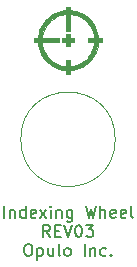
<source format=gbr>
G04 #@! TF.GenerationSoftware,KiCad,Pcbnew,(6.0.1-0)*
G04 #@! TF.CreationDate,2022-08-23T12:06:24-04:00*
G04 #@! TF.ProjectId,indexingWheel,696e6465-7869-46e6-9757-6865656c2e6b,rev?*
G04 #@! TF.SameCoordinates,Original*
G04 #@! TF.FileFunction,Legend,Top*
G04 #@! TF.FilePolarity,Positive*
%FSLAX46Y46*%
G04 Gerber Fmt 4.6, Leading zero omitted, Abs format (unit mm)*
G04 Created by KiCad (PCBNEW (6.0.1-0)) date 2022-08-23 12:06:24*
%MOMM*%
%LPD*%
G01*
G04 APERTURE LIST*
%ADD10C,0.120000*%
%ADD11C,0.150000*%
%ADD12C,0.010000*%
G04 APERTURE END LIST*
D10*
X153500000Y-93000000D02*
G75*
G03*
X153500000Y-93000000I-4000000J0D01*
G01*
D11*
X144095238Y-99642380D02*
X144095238Y-98642380D01*
X144571428Y-98975714D02*
X144571428Y-99642380D01*
X144571428Y-99070952D02*
X144619047Y-99023333D01*
X144714285Y-98975714D01*
X144857142Y-98975714D01*
X144952380Y-99023333D01*
X145000000Y-99118571D01*
X145000000Y-99642380D01*
X145904761Y-99642380D02*
X145904761Y-98642380D01*
X145904761Y-99594761D02*
X145809523Y-99642380D01*
X145619047Y-99642380D01*
X145523809Y-99594761D01*
X145476190Y-99547142D01*
X145428571Y-99451904D01*
X145428571Y-99166190D01*
X145476190Y-99070952D01*
X145523809Y-99023333D01*
X145619047Y-98975714D01*
X145809523Y-98975714D01*
X145904761Y-99023333D01*
X146761904Y-99594761D02*
X146666666Y-99642380D01*
X146476190Y-99642380D01*
X146380952Y-99594761D01*
X146333333Y-99499523D01*
X146333333Y-99118571D01*
X146380952Y-99023333D01*
X146476190Y-98975714D01*
X146666666Y-98975714D01*
X146761904Y-99023333D01*
X146809523Y-99118571D01*
X146809523Y-99213809D01*
X146333333Y-99309047D01*
X147142857Y-99642380D02*
X147666666Y-98975714D01*
X147142857Y-98975714D02*
X147666666Y-99642380D01*
X148047619Y-99642380D02*
X148047619Y-98975714D01*
X148047619Y-98642380D02*
X148000000Y-98690000D01*
X148047619Y-98737619D01*
X148095238Y-98690000D01*
X148047619Y-98642380D01*
X148047619Y-98737619D01*
X148523809Y-98975714D02*
X148523809Y-99642380D01*
X148523809Y-99070952D02*
X148571428Y-99023333D01*
X148666666Y-98975714D01*
X148809523Y-98975714D01*
X148904761Y-99023333D01*
X148952380Y-99118571D01*
X148952380Y-99642380D01*
X149857142Y-98975714D02*
X149857142Y-99785238D01*
X149809523Y-99880476D01*
X149761904Y-99928095D01*
X149666666Y-99975714D01*
X149523809Y-99975714D01*
X149428571Y-99928095D01*
X149857142Y-99594761D02*
X149761904Y-99642380D01*
X149571428Y-99642380D01*
X149476190Y-99594761D01*
X149428571Y-99547142D01*
X149380952Y-99451904D01*
X149380952Y-99166190D01*
X149428571Y-99070952D01*
X149476190Y-99023333D01*
X149571428Y-98975714D01*
X149761904Y-98975714D01*
X149857142Y-99023333D01*
X151000000Y-98642380D02*
X151238095Y-99642380D01*
X151428571Y-98928095D01*
X151619047Y-99642380D01*
X151857142Y-98642380D01*
X152238095Y-99642380D02*
X152238095Y-98642380D01*
X152666666Y-99642380D02*
X152666666Y-99118571D01*
X152619047Y-99023333D01*
X152523809Y-98975714D01*
X152380952Y-98975714D01*
X152285714Y-99023333D01*
X152238095Y-99070952D01*
X153523809Y-99594761D02*
X153428571Y-99642380D01*
X153238095Y-99642380D01*
X153142857Y-99594761D01*
X153095238Y-99499523D01*
X153095238Y-99118571D01*
X153142857Y-99023333D01*
X153238095Y-98975714D01*
X153428571Y-98975714D01*
X153523809Y-99023333D01*
X153571428Y-99118571D01*
X153571428Y-99213809D01*
X153095238Y-99309047D01*
X154380952Y-99594761D02*
X154285714Y-99642380D01*
X154095238Y-99642380D01*
X154000000Y-99594761D01*
X153952380Y-99499523D01*
X153952380Y-99118571D01*
X154000000Y-99023333D01*
X154095238Y-98975714D01*
X154285714Y-98975714D01*
X154380952Y-99023333D01*
X154428571Y-99118571D01*
X154428571Y-99213809D01*
X153952380Y-99309047D01*
X155000000Y-99642380D02*
X154904761Y-99594761D01*
X154857142Y-99499523D01*
X154857142Y-98642380D01*
X147976190Y-101252380D02*
X147642857Y-100776190D01*
X147404761Y-101252380D02*
X147404761Y-100252380D01*
X147785714Y-100252380D01*
X147880952Y-100300000D01*
X147928571Y-100347619D01*
X147976190Y-100442857D01*
X147976190Y-100585714D01*
X147928571Y-100680952D01*
X147880952Y-100728571D01*
X147785714Y-100776190D01*
X147404761Y-100776190D01*
X148404761Y-100728571D02*
X148738095Y-100728571D01*
X148880952Y-101252380D02*
X148404761Y-101252380D01*
X148404761Y-100252380D01*
X148880952Y-100252380D01*
X149166666Y-100252380D02*
X149500000Y-101252380D01*
X149833333Y-100252380D01*
X150357142Y-100252380D02*
X150452380Y-100252380D01*
X150547619Y-100300000D01*
X150595238Y-100347619D01*
X150642857Y-100442857D01*
X150690476Y-100633333D01*
X150690476Y-100871428D01*
X150642857Y-101061904D01*
X150595238Y-101157142D01*
X150547619Y-101204761D01*
X150452380Y-101252380D01*
X150357142Y-101252380D01*
X150261904Y-101204761D01*
X150214285Y-101157142D01*
X150166666Y-101061904D01*
X150119047Y-100871428D01*
X150119047Y-100633333D01*
X150166666Y-100442857D01*
X150214285Y-100347619D01*
X150261904Y-100300000D01*
X150357142Y-100252380D01*
X151023809Y-100252380D02*
X151642857Y-100252380D01*
X151309523Y-100633333D01*
X151452380Y-100633333D01*
X151547619Y-100680952D01*
X151595238Y-100728571D01*
X151642857Y-100823809D01*
X151642857Y-101061904D01*
X151595238Y-101157142D01*
X151547619Y-101204761D01*
X151452380Y-101252380D01*
X151166666Y-101252380D01*
X151071428Y-101204761D01*
X151023809Y-101157142D01*
X146047619Y-101862380D02*
X146238095Y-101862380D01*
X146333333Y-101910000D01*
X146428571Y-102005238D01*
X146476190Y-102195714D01*
X146476190Y-102529047D01*
X146428571Y-102719523D01*
X146333333Y-102814761D01*
X146238095Y-102862380D01*
X146047619Y-102862380D01*
X145952380Y-102814761D01*
X145857142Y-102719523D01*
X145809523Y-102529047D01*
X145809523Y-102195714D01*
X145857142Y-102005238D01*
X145952380Y-101910000D01*
X146047619Y-101862380D01*
X146904761Y-102195714D02*
X146904761Y-103195714D01*
X146904761Y-102243333D02*
X147000000Y-102195714D01*
X147190476Y-102195714D01*
X147285714Y-102243333D01*
X147333333Y-102290952D01*
X147380952Y-102386190D01*
X147380952Y-102671904D01*
X147333333Y-102767142D01*
X147285714Y-102814761D01*
X147190476Y-102862380D01*
X147000000Y-102862380D01*
X146904761Y-102814761D01*
X148238095Y-102195714D02*
X148238095Y-102862380D01*
X147809523Y-102195714D02*
X147809523Y-102719523D01*
X147857142Y-102814761D01*
X147952380Y-102862380D01*
X148095238Y-102862380D01*
X148190476Y-102814761D01*
X148238095Y-102767142D01*
X148857142Y-102862380D02*
X148761904Y-102814761D01*
X148714285Y-102719523D01*
X148714285Y-101862380D01*
X149380952Y-102862380D02*
X149285714Y-102814761D01*
X149238095Y-102767142D01*
X149190476Y-102671904D01*
X149190476Y-102386190D01*
X149238095Y-102290952D01*
X149285714Y-102243333D01*
X149380952Y-102195714D01*
X149523809Y-102195714D01*
X149619047Y-102243333D01*
X149666666Y-102290952D01*
X149714285Y-102386190D01*
X149714285Y-102671904D01*
X149666666Y-102767142D01*
X149619047Y-102814761D01*
X149523809Y-102862380D01*
X149380952Y-102862380D01*
X150904761Y-102862380D02*
X150904761Y-101862380D01*
X151380952Y-102195714D02*
X151380952Y-102862380D01*
X151380952Y-102290952D02*
X151428571Y-102243333D01*
X151523809Y-102195714D01*
X151666666Y-102195714D01*
X151761904Y-102243333D01*
X151809523Y-102338571D01*
X151809523Y-102862380D01*
X152714285Y-102814761D02*
X152619047Y-102862380D01*
X152428571Y-102862380D01*
X152333333Y-102814761D01*
X152285714Y-102767142D01*
X152238095Y-102671904D01*
X152238095Y-102386190D01*
X152285714Y-102290952D01*
X152333333Y-102243333D01*
X152428571Y-102195714D01*
X152619047Y-102195714D01*
X152714285Y-102243333D01*
X153142857Y-102767142D02*
X153190476Y-102814761D01*
X153142857Y-102862380D01*
X153095238Y-102814761D01*
X153142857Y-102767142D01*
X153142857Y-102862380D01*
D12*
X149669333Y-82056102D02*
X149763869Y-82065788D01*
X149763869Y-82065788D02*
X150022960Y-82106461D01*
X150022960Y-82106461D02*
X150278270Y-82175028D01*
X150278270Y-82175028D02*
X150529979Y-82271540D01*
X150529979Y-82271540D02*
X150650055Y-82328050D01*
X150650055Y-82328050D02*
X150792674Y-82403651D01*
X150792674Y-82403651D02*
X150919534Y-82481262D01*
X150919534Y-82481262D02*
X151037813Y-82566129D01*
X151037813Y-82566129D02*
X151154691Y-82663492D01*
X151154691Y-82663492D02*
X151277345Y-82778597D01*
X151277345Y-82778597D02*
X151306554Y-82807557D01*
X151306554Y-82807557D02*
X151426386Y-82932508D01*
X151426386Y-82932508D02*
X151527294Y-83050062D01*
X151527294Y-83050062D02*
X151614522Y-83167398D01*
X151614522Y-83167398D02*
X151693312Y-83291694D01*
X151693312Y-83291694D02*
X151768909Y-83430130D01*
X151768909Y-83430130D02*
X151786061Y-83464055D01*
X151786061Y-83464055D02*
X151896061Y-83714092D01*
X151896061Y-83714092D02*
X151978089Y-83967644D01*
X151978089Y-83967644D02*
X152032199Y-84224891D01*
X152032199Y-84224891D02*
X152048323Y-84350241D01*
X152048323Y-84350241D02*
X152058008Y-84444778D01*
X152058008Y-84444778D02*
X152350444Y-84444778D01*
X152350444Y-84444778D02*
X152350444Y-84769333D01*
X152350444Y-84769333D02*
X152057399Y-84769333D01*
X152057399Y-84769333D02*
X152047535Y-84864583D01*
X152047535Y-84864583D02*
X152007659Y-85121009D01*
X152007659Y-85121009D02*
X151941477Y-85371033D01*
X151941477Y-85371033D02*
X151848236Y-85617208D01*
X151848236Y-85617208D02*
X151786061Y-85750055D01*
X151786061Y-85750055D02*
X151710460Y-85892674D01*
X151710460Y-85892674D02*
X151632848Y-86019534D01*
X151632848Y-86019534D02*
X151547982Y-86137813D01*
X151547982Y-86137813D02*
X151450619Y-86254691D01*
X151450619Y-86254691D02*
X151335514Y-86377345D01*
X151335514Y-86377345D02*
X151306554Y-86406554D01*
X151306554Y-86406554D02*
X151181603Y-86526386D01*
X151181603Y-86526386D02*
X151064049Y-86627294D01*
X151064049Y-86627294D02*
X150946713Y-86714522D01*
X150946713Y-86714522D02*
X150822416Y-86793312D01*
X150822416Y-86793312D02*
X150683980Y-86868909D01*
X150683980Y-86868909D02*
X150650055Y-86886061D01*
X150650055Y-86886061D02*
X150400019Y-86996061D01*
X150400019Y-86996061D02*
X150146466Y-87078089D01*
X150146466Y-87078089D02*
X149889220Y-87132199D01*
X149889220Y-87132199D02*
X149763869Y-87148323D01*
X149763869Y-87148323D02*
X149669333Y-87158008D01*
X149669333Y-87158008D02*
X149669333Y-87450444D01*
X149669333Y-87450444D02*
X149344778Y-87450444D01*
X149344778Y-87450444D02*
X149344778Y-87158008D01*
X149344778Y-87158008D02*
X149250241Y-87148323D01*
X149250241Y-87148323D02*
X148991151Y-87107649D01*
X148991151Y-87107649D02*
X148735840Y-87039083D01*
X148735840Y-87039083D02*
X148484132Y-86942570D01*
X148484132Y-86942570D02*
X148364055Y-86886061D01*
X148364055Y-86886061D02*
X148221437Y-86810460D01*
X148221437Y-86810460D02*
X148094577Y-86732848D01*
X148094577Y-86732848D02*
X147976298Y-86647982D01*
X147976298Y-86647982D02*
X147859420Y-86550619D01*
X147859420Y-86550619D02*
X147736765Y-86435514D01*
X147736765Y-86435514D02*
X147707557Y-86406554D01*
X147707557Y-86406554D02*
X147587725Y-86281603D01*
X147587725Y-86281603D02*
X147486817Y-86164049D01*
X147486817Y-86164049D02*
X147399589Y-86046713D01*
X147399589Y-86046713D02*
X147320798Y-85922416D01*
X147320798Y-85922416D02*
X147245202Y-85783980D01*
X147245202Y-85783980D02*
X147228050Y-85750055D01*
X147228050Y-85750055D02*
X147118050Y-85500019D01*
X147118050Y-85500019D02*
X147036021Y-85246466D01*
X147036021Y-85246466D02*
X146981912Y-84989220D01*
X146981912Y-84989220D02*
X146965788Y-84863869D01*
X146965788Y-84863869D02*
X146956102Y-84769333D01*
X146956102Y-84769333D02*
X146663667Y-84769333D01*
X146663667Y-84769333D02*
X146663667Y-84444778D01*
X146663667Y-84444778D02*
X146956102Y-84444778D01*
X146956102Y-84444778D02*
X147294769Y-84444778D01*
X147294769Y-84444778D02*
X148709778Y-84444778D01*
X148709778Y-84444778D02*
X148709778Y-84769333D01*
X148709778Y-84769333D02*
X147294769Y-84769333D01*
X147294769Y-84769333D02*
X147304476Y-84864583D01*
X147304476Y-84864583D02*
X147340361Y-85084313D01*
X147340361Y-85084313D02*
X147402406Y-85304567D01*
X147402406Y-85304567D02*
X147488889Y-85521475D01*
X147488889Y-85521475D02*
X147598093Y-85731165D01*
X147598093Y-85731165D02*
X147728296Y-85929766D01*
X147728296Y-85929766D02*
X147840199Y-86070858D01*
X147840199Y-86070858D02*
X147993404Y-86228821D01*
X147993404Y-86228821D02*
X148168050Y-86373377D01*
X148168050Y-86373377D02*
X148359457Y-86501804D01*
X148359457Y-86501804D02*
X148562945Y-86611383D01*
X148562945Y-86611383D02*
X148773835Y-86699390D01*
X148773835Y-86699390D02*
X148987446Y-86763106D01*
X148987446Y-86763106D02*
X149056532Y-86778102D01*
X149056532Y-86778102D02*
X149129763Y-86792329D01*
X149129763Y-86792329D02*
X149182120Y-86801925D01*
X149182120Y-86801925D02*
X149220380Y-86807910D01*
X149220380Y-86807910D02*
X149251318Y-86811303D01*
X149251318Y-86811303D02*
X149281713Y-86813125D01*
X149281713Y-86813125D02*
X149291861Y-86813523D01*
X149291861Y-86813523D02*
X149344778Y-86815444D01*
X149344778Y-86815444D02*
X149344778Y-86321555D01*
X149344778Y-86321555D02*
X149669333Y-86321555D01*
X149669333Y-86321555D02*
X149669333Y-86819342D01*
X149669333Y-86819342D02*
X149764583Y-86809635D01*
X149764583Y-86809635D02*
X149983298Y-86773883D01*
X149983298Y-86773883D02*
X150202090Y-86712335D01*
X150202090Y-86712335D02*
X150416909Y-86627114D01*
X150416909Y-86627114D02*
X150623706Y-86520343D01*
X150623706Y-86520343D02*
X150818431Y-86394146D01*
X150818431Y-86394146D02*
X150997033Y-86250645D01*
X150997033Y-86250645D02*
X151155463Y-86091964D01*
X151155463Y-86091964D02*
X151173912Y-86070858D01*
X151173912Y-86070858D02*
X151318922Y-85883270D01*
X151318922Y-85883270D02*
X151444237Y-85681651D01*
X151444237Y-85681651D02*
X151548139Y-85469873D01*
X151548139Y-85469873D02*
X151628907Y-85251808D01*
X151628907Y-85251808D02*
X151684824Y-85031326D01*
X151684824Y-85031326D02*
X151709635Y-84864583D01*
X151709635Y-84864583D02*
X151719342Y-84769333D01*
X151719342Y-84769333D02*
X151221555Y-84769333D01*
X151221555Y-84769333D02*
X151221555Y-84444778D01*
X151221555Y-84444778D02*
X151719342Y-84444778D01*
X151719342Y-84444778D02*
X151709635Y-84349528D01*
X151709635Y-84349528D02*
X151673749Y-84129798D01*
X151673749Y-84129798D02*
X151611705Y-83909544D01*
X151611705Y-83909544D02*
X151525222Y-83692636D01*
X151525222Y-83692636D02*
X151416018Y-83482946D01*
X151416018Y-83482946D02*
X151285814Y-83284345D01*
X151285814Y-83284345D02*
X151173912Y-83143253D01*
X151173912Y-83143253D02*
X151018331Y-82982797D01*
X151018331Y-82982797D02*
X150842063Y-82837253D01*
X150842063Y-82837253D02*
X150649159Y-82708743D01*
X150649159Y-82708743D02*
X150443669Y-82599391D01*
X150443669Y-82599391D02*
X150229643Y-82511319D01*
X150229643Y-82511319D02*
X150011131Y-82446651D01*
X150011131Y-82446651D02*
X149792182Y-82407509D01*
X149792182Y-82407509D02*
X149764583Y-82404476D01*
X149764583Y-82404476D02*
X149669333Y-82394769D01*
X149669333Y-82394769D02*
X149669333Y-83809778D01*
X149669333Y-83809778D02*
X149344778Y-83809778D01*
X149344778Y-83809778D02*
X149344778Y-82394769D01*
X149344778Y-82394769D02*
X149249528Y-82404476D01*
X149249528Y-82404476D02*
X149030813Y-82440228D01*
X149030813Y-82440228D02*
X148812021Y-82501776D01*
X148812021Y-82501776D02*
X148597202Y-82586997D01*
X148597202Y-82586997D02*
X148390405Y-82693767D01*
X148390405Y-82693767D02*
X148195680Y-82819965D01*
X148195680Y-82819965D02*
X148017078Y-82963466D01*
X148017078Y-82963466D02*
X147858648Y-83122147D01*
X147858648Y-83122147D02*
X147840199Y-83143253D01*
X147840199Y-83143253D02*
X147695189Y-83330841D01*
X147695189Y-83330841D02*
X147569874Y-83532460D01*
X147569874Y-83532460D02*
X147465972Y-83744238D01*
X147465972Y-83744238D02*
X147385204Y-83962303D01*
X147385204Y-83962303D02*
X147329287Y-84182784D01*
X147329287Y-84182784D02*
X147304476Y-84349528D01*
X147304476Y-84349528D02*
X147294769Y-84444778D01*
X147294769Y-84444778D02*
X146956102Y-84444778D01*
X146956102Y-84444778D02*
X146965788Y-84350241D01*
X146965788Y-84350241D02*
X147006461Y-84091151D01*
X147006461Y-84091151D02*
X147075028Y-83835840D01*
X147075028Y-83835840D02*
X147171540Y-83584132D01*
X147171540Y-83584132D02*
X147228050Y-83464055D01*
X147228050Y-83464055D02*
X147303651Y-83321437D01*
X147303651Y-83321437D02*
X147381262Y-83194577D01*
X147381262Y-83194577D02*
X147466129Y-83076298D01*
X147466129Y-83076298D02*
X147563492Y-82959420D01*
X147563492Y-82959420D02*
X147678597Y-82836765D01*
X147678597Y-82836765D02*
X147707557Y-82807557D01*
X147707557Y-82807557D02*
X147832508Y-82687725D01*
X147832508Y-82687725D02*
X147950062Y-82586817D01*
X147950062Y-82586817D02*
X148067398Y-82499589D01*
X148067398Y-82499589D02*
X148191694Y-82420798D01*
X148191694Y-82420798D02*
X148330130Y-82345202D01*
X148330130Y-82345202D02*
X148364055Y-82328050D01*
X148364055Y-82328050D02*
X148614092Y-82218050D01*
X148614092Y-82218050D02*
X148867644Y-82136021D01*
X148867644Y-82136021D02*
X149124891Y-82081912D01*
X149124891Y-82081912D02*
X149250241Y-82065788D01*
X149250241Y-82065788D02*
X149344778Y-82056102D01*
X149344778Y-82056102D02*
X149344778Y-81763667D01*
X149344778Y-81763667D02*
X149669333Y-81763667D01*
X149669333Y-81763667D02*
X149669333Y-82056102D01*
X149669333Y-82056102D02*
X149669333Y-82056102D01*
G36*
X147006461Y-84091151D02*
G01*
X147075028Y-83835840D01*
X147171540Y-83584132D01*
X147228050Y-83464055D01*
X147303651Y-83321437D01*
X147381262Y-83194577D01*
X147466129Y-83076298D01*
X147563492Y-82959420D01*
X147678597Y-82836765D01*
X147707557Y-82807557D01*
X147832508Y-82687725D01*
X147950062Y-82586817D01*
X148067398Y-82499589D01*
X148191694Y-82420798D01*
X148330130Y-82345202D01*
X148364055Y-82328050D01*
X148614092Y-82218050D01*
X148867644Y-82136021D01*
X149124891Y-82081912D01*
X149250241Y-82065788D01*
X149344778Y-82056102D01*
X149344778Y-81763667D01*
X149669333Y-81763667D01*
X149669333Y-82056102D01*
X149763869Y-82065788D01*
X150022960Y-82106461D01*
X150278270Y-82175028D01*
X150529979Y-82271540D01*
X150650055Y-82328050D01*
X150792674Y-82403651D01*
X150919534Y-82481262D01*
X151037813Y-82566129D01*
X151154691Y-82663492D01*
X151277345Y-82778597D01*
X151306554Y-82807557D01*
X151426386Y-82932508D01*
X151527294Y-83050062D01*
X151614522Y-83167398D01*
X151693312Y-83291694D01*
X151768909Y-83430130D01*
X151786061Y-83464055D01*
X151896061Y-83714092D01*
X151978089Y-83967644D01*
X152032199Y-84224891D01*
X152048323Y-84350241D01*
X152058008Y-84444778D01*
X152350444Y-84444778D01*
X152350444Y-84769333D01*
X152057399Y-84769333D01*
X152047535Y-84864583D01*
X152007659Y-85121009D01*
X151941477Y-85371033D01*
X151848236Y-85617208D01*
X151786061Y-85750055D01*
X151710460Y-85892674D01*
X151632848Y-86019534D01*
X151547982Y-86137813D01*
X151450619Y-86254691D01*
X151335514Y-86377345D01*
X151306554Y-86406554D01*
X151181603Y-86526386D01*
X151064049Y-86627294D01*
X150946713Y-86714522D01*
X150822416Y-86793312D01*
X150683980Y-86868909D01*
X150650055Y-86886061D01*
X150400019Y-86996061D01*
X150146466Y-87078089D01*
X149889220Y-87132199D01*
X149763869Y-87148323D01*
X149669333Y-87158008D01*
X149669333Y-87450444D01*
X149344778Y-87450444D01*
X149344778Y-87158008D01*
X149250241Y-87148323D01*
X148991151Y-87107649D01*
X148735840Y-87039083D01*
X148484132Y-86942570D01*
X148364055Y-86886061D01*
X148221437Y-86810460D01*
X148094577Y-86732848D01*
X147976298Y-86647982D01*
X147859420Y-86550619D01*
X147736765Y-86435514D01*
X147707557Y-86406554D01*
X147587725Y-86281603D01*
X147486817Y-86164049D01*
X147399589Y-86046713D01*
X147320798Y-85922416D01*
X147245202Y-85783980D01*
X147228050Y-85750055D01*
X147118050Y-85500019D01*
X147036021Y-85246466D01*
X146981912Y-84989220D01*
X146965788Y-84863869D01*
X146956102Y-84769333D01*
X146663667Y-84769333D01*
X146663667Y-84444778D01*
X146956102Y-84444778D01*
X147294769Y-84444778D01*
X148709778Y-84444778D01*
X148709778Y-84769333D01*
X147294769Y-84769333D01*
X147304476Y-84864583D01*
X147340361Y-85084313D01*
X147402406Y-85304567D01*
X147488889Y-85521475D01*
X147598093Y-85731165D01*
X147728296Y-85929766D01*
X147840199Y-86070858D01*
X147993404Y-86228821D01*
X148168050Y-86373377D01*
X148359457Y-86501804D01*
X148562945Y-86611383D01*
X148773835Y-86699390D01*
X148987446Y-86763106D01*
X149056532Y-86778102D01*
X149129763Y-86792329D01*
X149182120Y-86801925D01*
X149220380Y-86807910D01*
X149251318Y-86811303D01*
X149281713Y-86813125D01*
X149291861Y-86813523D01*
X149344778Y-86815444D01*
X149344778Y-86321555D01*
X149669333Y-86321555D01*
X149669333Y-86819342D01*
X149764583Y-86809635D01*
X149983298Y-86773883D01*
X150202090Y-86712335D01*
X150416909Y-86627114D01*
X150623706Y-86520343D01*
X150818431Y-86394146D01*
X150997033Y-86250645D01*
X151155463Y-86091964D01*
X151173912Y-86070858D01*
X151318922Y-85883270D01*
X151444237Y-85681651D01*
X151548139Y-85469873D01*
X151628907Y-85251808D01*
X151684824Y-85031326D01*
X151709635Y-84864583D01*
X151719342Y-84769333D01*
X151221555Y-84769333D01*
X151221555Y-84444778D01*
X151719342Y-84444778D01*
X151709635Y-84349528D01*
X151673749Y-84129798D01*
X151611705Y-83909544D01*
X151525222Y-83692636D01*
X151416018Y-83482946D01*
X151285814Y-83284345D01*
X151173912Y-83143253D01*
X151018331Y-82982797D01*
X150842063Y-82837253D01*
X150649159Y-82708743D01*
X150443669Y-82599391D01*
X150229643Y-82511319D01*
X150011131Y-82446651D01*
X149792182Y-82407509D01*
X149764583Y-82404476D01*
X149669333Y-82394769D01*
X149669333Y-83809778D01*
X149344778Y-83809778D01*
X149344778Y-82394769D01*
X149249528Y-82404476D01*
X149030813Y-82440228D01*
X148812021Y-82501776D01*
X148597202Y-82586997D01*
X148390405Y-82693767D01*
X148195680Y-82819965D01*
X148017078Y-82963466D01*
X147858648Y-83122147D01*
X147840199Y-83143253D01*
X147695189Y-83330841D01*
X147569874Y-83532460D01*
X147465972Y-83744238D01*
X147385204Y-83962303D01*
X147329287Y-84182784D01*
X147304476Y-84349528D01*
X147294769Y-84444778D01*
X146956102Y-84444778D01*
X146965788Y-84350241D01*
X147006461Y-84091151D01*
G37*
X147006461Y-84091151D02*
X147075028Y-83835840D01*
X147171540Y-83584132D01*
X147228050Y-83464055D01*
X147303651Y-83321437D01*
X147381262Y-83194577D01*
X147466129Y-83076298D01*
X147563492Y-82959420D01*
X147678597Y-82836765D01*
X147707557Y-82807557D01*
X147832508Y-82687725D01*
X147950062Y-82586817D01*
X148067398Y-82499589D01*
X148191694Y-82420798D01*
X148330130Y-82345202D01*
X148364055Y-82328050D01*
X148614092Y-82218050D01*
X148867644Y-82136021D01*
X149124891Y-82081912D01*
X149250241Y-82065788D01*
X149344778Y-82056102D01*
X149344778Y-81763667D01*
X149669333Y-81763667D01*
X149669333Y-82056102D01*
X149763869Y-82065788D01*
X150022960Y-82106461D01*
X150278270Y-82175028D01*
X150529979Y-82271540D01*
X150650055Y-82328050D01*
X150792674Y-82403651D01*
X150919534Y-82481262D01*
X151037813Y-82566129D01*
X151154691Y-82663492D01*
X151277345Y-82778597D01*
X151306554Y-82807557D01*
X151426386Y-82932508D01*
X151527294Y-83050062D01*
X151614522Y-83167398D01*
X151693312Y-83291694D01*
X151768909Y-83430130D01*
X151786061Y-83464055D01*
X151896061Y-83714092D01*
X151978089Y-83967644D01*
X152032199Y-84224891D01*
X152048323Y-84350241D01*
X152058008Y-84444778D01*
X152350444Y-84444778D01*
X152350444Y-84769333D01*
X152057399Y-84769333D01*
X152047535Y-84864583D01*
X152007659Y-85121009D01*
X151941477Y-85371033D01*
X151848236Y-85617208D01*
X151786061Y-85750055D01*
X151710460Y-85892674D01*
X151632848Y-86019534D01*
X151547982Y-86137813D01*
X151450619Y-86254691D01*
X151335514Y-86377345D01*
X151306554Y-86406554D01*
X151181603Y-86526386D01*
X151064049Y-86627294D01*
X150946713Y-86714522D01*
X150822416Y-86793312D01*
X150683980Y-86868909D01*
X150650055Y-86886061D01*
X150400019Y-86996061D01*
X150146466Y-87078089D01*
X149889220Y-87132199D01*
X149763869Y-87148323D01*
X149669333Y-87158008D01*
X149669333Y-87450444D01*
X149344778Y-87450444D01*
X149344778Y-87158008D01*
X149250241Y-87148323D01*
X148991151Y-87107649D01*
X148735840Y-87039083D01*
X148484132Y-86942570D01*
X148364055Y-86886061D01*
X148221437Y-86810460D01*
X148094577Y-86732848D01*
X147976298Y-86647982D01*
X147859420Y-86550619D01*
X147736765Y-86435514D01*
X147707557Y-86406554D01*
X147587725Y-86281603D01*
X147486817Y-86164049D01*
X147399589Y-86046713D01*
X147320798Y-85922416D01*
X147245202Y-85783980D01*
X147228050Y-85750055D01*
X147118050Y-85500019D01*
X147036021Y-85246466D01*
X146981912Y-84989220D01*
X146965788Y-84863869D01*
X146956102Y-84769333D01*
X146663667Y-84769333D01*
X146663667Y-84444778D01*
X146956102Y-84444778D01*
X147294769Y-84444778D01*
X148709778Y-84444778D01*
X148709778Y-84769333D01*
X147294769Y-84769333D01*
X147304476Y-84864583D01*
X147340361Y-85084313D01*
X147402406Y-85304567D01*
X147488889Y-85521475D01*
X147598093Y-85731165D01*
X147728296Y-85929766D01*
X147840199Y-86070858D01*
X147993404Y-86228821D01*
X148168050Y-86373377D01*
X148359457Y-86501804D01*
X148562945Y-86611383D01*
X148773835Y-86699390D01*
X148987446Y-86763106D01*
X149056532Y-86778102D01*
X149129763Y-86792329D01*
X149182120Y-86801925D01*
X149220380Y-86807910D01*
X149251318Y-86811303D01*
X149281713Y-86813125D01*
X149291861Y-86813523D01*
X149344778Y-86815444D01*
X149344778Y-86321555D01*
X149669333Y-86321555D01*
X149669333Y-86819342D01*
X149764583Y-86809635D01*
X149983298Y-86773883D01*
X150202090Y-86712335D01*
X150416909Y-86627114D01*
X150623706Y-86520343D01*
X150818431Y-86394146D01*
X150997033Y-86250645D01*
X151155463Y-86091964D01*
X151173912Y-86070858D01*
X151318922Y-85883270D01*
X151444237Y-85681651D01*
X151548139Y-85469873D01*
X151628907Y-85251808D01*
X151684824Y-85031326D01*
X151709635Y-84864583D01*
X151719342Y-84769333D01*
X151221555Y-84769333D01*
X151221555Y-84444778D01*
X151719342Y-84444778D01*
X151709635Y-84349528D01*
X151673749Y-84129798D01*
X151611705Y-83909544D01*
X151525222Y-83692636D01*
X151416018Y-83482946D01*
X151285814Y-83284345D01*
X151173912Y-83143253D01*
X151018331Y-82982797D01*
X150842063Y-82837253D01*
X150649159Y-82708743D01*
X150443669Y-82599391D01*
X150229643Y-82511319D01*
X150011131Y-82446651D01*
X149792182Y-82407509D01*
X149764583Y-82404476D01*
X149669333Y-82394769D01*
X149669333Y-83809778D01*
X149344778Y-83809778D01*
X149344778Y-82394769D01*
X149249528Y-82404476D01*
X149030813Y-82440228D01*
X148812021Y-82501776D01*
X148597202Y-82586997D01*
X148390405Y-82693767D01*
X148195680Y-82819965D01*
X148017078Y-82963466D01*
X147858648Y-83122147D01*
X147840199Y-83143253D01*
X147695189Y-83330841D01*
X147569874Y-83532460D01*
X147465972Y-83744238D01*
X147385204Y-83962303D01*
X147329287Y-84182784D01*
X147304476Y-84349528D01*
X147294769Y-84444778D01*
X146956102Y-84444778D01*
X146965788Y-84350241D01*
X147006461Y-84091151D01*
X149672439Y-84257805D02*
X149676389Y-84437722D01*
X149676389Y-84437722D02*
X149856305Y-84441671D01*
X149856305Y-84441671D02*
X150036222Y-84445621D01*
X150036222Y-84445621D02*
X150036222Y-84768490D01*
X150036222Y-84768490D02*
X149856305Y-84772439D01*
X149856305Y-84772439D02*
X149676389Y-84776389D01*
X149676389Y-84776389D02*
X149672439Y-84956305D01*
X149672439Y-84956305D02*
X149668490Y-85136222D01*
X149668490Y-85136222D02*
X149345621Y-85136222D01*
X149345621Y-85136222D02*
X149341671Y-84956305D01*
X149341671Y-84956305D02*
X149337722Y-84776389D01*
X149337722Y-84776389D02*
X149157805Y-84772439D01*
X149157805Y-84772439D02*
X148977889Y-84768490D01*
X148977889Y-84768490D02*
X148977889Y-84445621D01*
X148977889Y-84445621D02*
X149157805Y-84441671D01*
X149157805Y-84441671D02*
X149337722Y-84437722D01*
X149337722Y-84437722D02*
X149341671Y-84257805D01*
X149341671Y-84257805D02*
X149345621Y-84077889D01*
X149345621Y-84077889D02*
X149668490Y-84077889D01*
X149668490Y-84077889D02*
X149672439Y-84257805D01*
X149672439Y-84257805D02*
X149672439Y-84257805D01*
G36*
X149672439Y-84257805D02*
G01*
X149676389Y-84437722D01*
X149856305Y-84441671D01*
X150036222Y-84445621D01*
X150036222Y-84768490D01*
X149856305Y-84772439D01*
X149676389Y-84776389D01*
X149672439Y-84956305D01*
X149668490Y-85136222D01*
X149345621Y-85136222D01*
X149341671Y-84956305D01*
X149337722Y-84776389D01*
X149157805Y-84772439D01*
X148977889Y-84768490D01*
X148977889Y-84445621D01*
X149157805Y-84441671D01*
X149337722Y-84437722D01*
X149341671Y-84257805D01*
X149345621Y-84077889D01*
X149668490Y-84077889D01*
X149672439Y-84257805D01*
G37*
X149672439Y-84257805D02*
X149676389Y-84437722D01*
X149856305Y-84441671D01*
X150036222Y-84445621D01*
X150036222Y-84768490D01*
X149856305Y-84772439D01*
X149676389Y-84776389D01*
X149672439Y-84956305D01*
X149668490Y-85136222D01*
X149345621Y-85136222D01*
X149341671Y-84956305D01*
X149337722Y-84776389D01*
X149157805Y-84772439D01*
X148977889Y-84768490D01*
X148977889Y-84445621D01*
X149157805Y-84441671D01*
X149337722Y-84437722D01*
X149341671Y-84257805D01*
X149345621Y-84077889D01*
X149668490Y-84077889D01*
X149672439Y-84257805D01*
M02*

</source>
